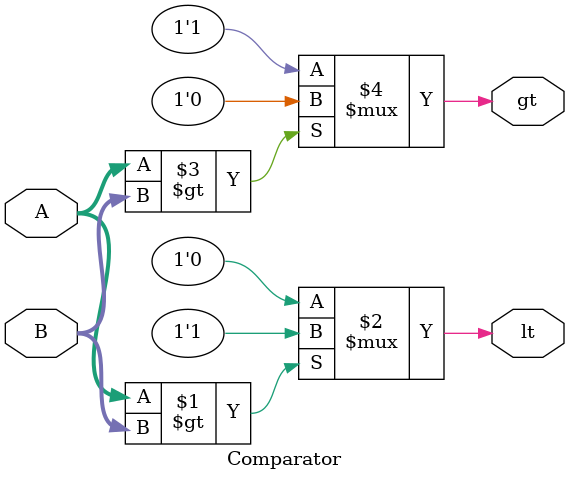
<source format=v>
`timescale 1ns/1ns
module Comparator (A ,B , lt , gt);

input [7:0] A;
input [7:0] B;  
output lt;
output gt;

assign lt = (A > B) ? 1'b1 : 1'b0;
assign gt = (A > B) ? 1'b0 : 1'b1;

endmodule

// assign lt = A > B ? B : A;
// assign gt = A > B ? A : B;


</source>
